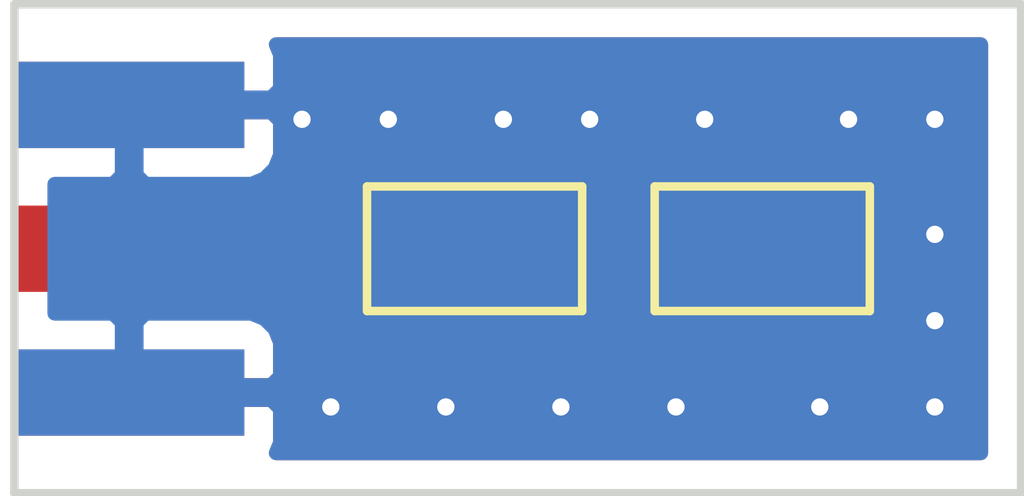
<source format=kicad_pcb>
(kicad_pcb (version 20171130) (host pcbnew 5.0.1)

  (general
    (thickness 1.6)
    (drawings 5)
    (tracks 32)
    (zones 0)
    (modules 3)
    (nets 3)
  )

  (page A4)
  (layers
    (0 F.Cu signal)
    (31 B.Cu signal)
    (32 B.Adhes user)
    (33 F.Adhes user)
    (34 B.Paste user)
    (35 F.Paste user)
    (36 B.SilkS user)
    (37 F.SilkS user)
    (38 B.Mask user)
    (39 F.Mask user)
    (40 Dwgs.User user)
    (41 Cmts.User user)
    (42 Eco1.User user)
    (43 Eco2.User user)
    (44 Edge.Cuts user)
    (45 Margin user)
    (46 B.CrtYd user)
    (47 F.CrtYd user)
    (48 B.Fab user)
    (49 F.Fab user)
  )

  (setup
    (last_trace_width 0.2032)
    (trace_clearance 0.2032)
    (zone_clearance 0.508)
    (zone_45_only no)
    (trace_min 0.2032)
    (segment_width 0.2)
    (edge_width 0.15)
    (via_size 0.6096)
    (via_drill 0.3048)
    (via_min_size 0.6096)
    (via_min_drill 0.3048)
    (uvia_size 0.3)
    (uvia_drill 0.1)
    (uvias_allowed no)
    (uvia_min_size 0.2)
    (uvia_min_drill 0.1)
    (pcb_text_width 0.3)
    (pcb_text_size 1.5 1.5)
    (mod_edge_width 0.15)
    (mod_text_size 1 1)
    (mod_text_width 0.15)
    (pad_size 1.524 1.524)
    (pad_drill 0.762)
    (pad_to_mask_clearance 0.051)
    (solder_mask_min_width 0.25)
    (aux_axis_origin 122.428 128.016)
    (grid_origin 122.428 128.016)
    (visible_elements FFFFFF7F)
    (pcbplotparams
      (layerselection 0x010fc_ffffffff)
      (usegerberextensions false)
      (usegerberattributes false)
      (usegerberadvancedattributes false)
      (creategerberjobfile false)
      (excludeedgelayer true)
      (linewidth 0.100000)
      (plotframeref false)
      (viasonmask false)
      (mode 1)
      (useauxorigin true)
      (hpglpennumber 1)
      (hpglpenspeed 20)
      (hpglpendiameter 15.000000)
      (psnegative false)
      (psa4output false)
      (plotreference false)
      (plotvalue false)
      (plotinvisibletext false)
      (padsonsilk false)
      (subtractmaskfromsilk false)
      (outputformat 1)
      (mirror false)
      (drillshape 0)
      (scaleselection 1)
      (outputdirectory "../../../FinalGerbers/SMAAdapter_Gerber/"))
  )

  (net 0 "")
  (net 1 "Net-(J1-Pad1)")
  (net 2 GND)

  (net_class Default "This is the default net class."
    (clearance 0.2032)
    (trace_width 0.2032)
    (via_dia 0.6096)
    (via_drill 0.3048)
    (uvia_dia 0.3)
    (uvia_drill 0.1)
    (diff_pair_gap 0.2032)
    (diff_pair_width 0.2032)
    (add_net GND)
  )

  (net_class 50Ohm ""
    (clearance 0.37)
    (trace_width 1.8)
    (via_dia 0.6096)
    (via_drill 0.3048)
    (uvia_dia 0.3)
    (uvia_drill 0.1)
    (diff_pair_gap 0.2032)
    (diff_pair_width 0.2032)
    (add_net "Net-(J1-Pad1)")
  )

  (module RFLego_Footprint:SMA_Edge (layer F.Cu) (tedit 5C166F55) (tstamp 5C166F51)
    (at 122.424 123.698)
    (path /5C166E37)
    (fp_text reference J1 (at 5.592 -3.302) (layer F.SilkS) hide
      (effects (font (size 1 1) (thickness 0.15)))
    )
    (fp_text value SMA (at 1.27 6.35) (layer F.Fab) hide
      (effects (font (size 1 1) (thickness 0.15)))
    )
    (pad 1 smd rect (at 2.032 0) (size 4.064 1.524) (layers F.Cu F.Mask)
      (net 1 "Net-(J1-Pad1)"))
    (pad 2 smd rect (at 2.032 -2.54) (size 4.064 1.524) (layers F.Cu F.Mask)
      (net 2 GND))
    (pad 2 smd rect (at 2.032 2.54) (size 4.064 1.524) (layers B.Cu B.Mask)
      (net 2 GND))
    (pad 2 smd rect (at 2.032 -2.54) (size 4.064 1.524) (layers B.Cu B.Mask)
      (net 2 GND))
    (pad 2 smd rect (at 2.032 2.54) (size 4.064 1.524) (layers F.Cu F.Mask)
      (net 2 GND))
  )

  (module Measurement_Points:Test_Point_Keystone_5015_Micro-Minature (layer F.Cu) (tedit 5C166F4E) (tstamp 5C166F62)
    (at 135.636 123.698)
    (descr "SMT Test Point- Micro Miniature 5015, http://www.keyelco.com/product-pdf.cfm?p=1353")
    (tags "Test Point")
    (path /5C167062)
    (attr virtual)
    (fp_text reference TP1 (at 1.016 -3.302) (layer F.SilkS) hide
      (effects (font (size 1 1) (thickness 0.15)))
    )
    (fp_text value GND (at 1.016 3.302) (layer F.Fab) hide
      (effects (font (size 1 1) (thickness 0.15)))
    )
    (fp_line (start -2.15 -1.35) (end 2.15 -1.35) (layer F.CrtYd) (width 0.05))
    (fp_line (start 2.15 -1.35) (end 2.15 1.35) (layer F.CrtYd) (width 0.05))
    (fp_line (start 2.15 1.35) (end -2.15 1.35) (layer F.CrtYd) (width 0.05))
    (fp_line (start -2.15 1.35) (end -2.15 -1.35) (layer F.CrtYd) (width 0.05))
    (fp_line (start -1.9 -1.1) (end 1.9 -1.1) (layer F.SilkS) (width 0.15))
    (fp_line (start 1.9 -1.1) (end 1.9 1.1) (layer F.SilkS) (width 0.15))
    (fp_line (start 1.9 1.1) (end -1.9 1.1) (layer F.SilkS) (width 0.15))
    (fp_line (start -1.9 1.1) (end -1.9 -1.1) (layer F.SilkS) (width 0.15))
    (fp_line (start -1.35 0.5) (end 1.35 0.5) (layer F.Fab) (width 0.15))
    (fp_line (start 1.35 -0.5) (end 1.35 0.5) (layer F.Fab) (width 0.15))
    (fp_line (start 1.35 -0.5) (end -1.35 -0.5) (layer F.Fab) (width 0.15))
    (fp_line (start -1.35 0.5) (end -1.35 -0.5) (layer F.Fab) (width 0.15))
    (pad 1 smd rect (at 0 0) (size 3.4 1.8) (layers F.Cu F.Paste F.Mask)
      (net 2 GND))
  )

  (module Measurement_Points:Test_Point_Keystone_5015_Micro-Minature (layer F.Cu) (tedit 5C166F51) (tstamp 5C166F73)
    (at 130.556 123.698)
    (descr "SMT Test Point- Micro Miniature 5015, http://www.keyelco.com/product-pdf.cfm?p=1353")
    (tags "Test Point")
    (path /5C16701C)
    (attr virtual)
    (fp_text reference TP2 (at 0 -2.25) (layer F.SilkS) hide
      (effects (font (size 1 1) (thickness 0.15)))
    )
    (fp_text value In (at 0 2.25) (layer F.Fab)
      (effects (font (size 1 1) (thickness 0.15)))
    )
    (fp_line (start -1.35 0.5) (end -1.35 -0.5) (layer F.Fab) (width 0.15))
    (fp_line (start 1.35 -0.5) (end -1.35 -0.5) (layer F.Fab) (width 0.15))
    (fp_line (start 1.35 -0.5) (end 1.35 0.5) (layer F.Fab) (width 0.15))
    (fp_line (start -1.35 0.5) (end 1.35 0.5) (layer F.Fab) (width 0.15))
    (fp_line (start -1.9 1.1) (end -1.9 -1.1) (layer F.SilkS) (width 0.15))
    (fp_line (start 1.9 1.1) (end -1.9 1.1) (layer F.SilkS) (width 0.15))
    (fp_line (start 1.9 -1.1) (end 1.9 1.1) (layer F.SilkS) (width 0.15))
    (fp_line (start -1.9 -1.1) (end 1.9 -1.1) (layer F.SilkS) (width 0.15))
    (fp_line (start -2.15 1.35) (end -2.15 -1.35) (layer F.CrtYd) (width 0.05))
    (fp_line (start 2.15 1.35) (end -2.15 1.35) (layer F.CrtYd) (width 0.05))
    (fp_line (start 2.15 -1.35) (end 2.15 1.35) (layer F.CrtYd) (width 0.05))
    (fp_line (start -2.15 -1.35) (end 2.15 -1.35) (layer F.CrtYd) (width 0.05))
    (pad 1 smd rect (at 0 0) (size 3.4 1.8) (layers F.Cu F.Paste F.Mask)
      (net 1 "Net-(J1-Pad1)"))
  )

  (gr_line (start 122.428 128.016) (end 122.428 119.38) (layer Edge.Cuts) (width 0.15))
  (gr_line (start 140.208 128.016) (end 122.428 128.016) (layer Edge.Cuts) (width 0.15))
  (gr_line (start 140.208 119.38) (end 140.208 128.016) (layer Edge.Cuts) (width 0.15))
  (gr_line (start 122.428 119.38) (end 140.208 119.38) (layer Edge.Cuts) (width 0.15))
  (gr_poly (pts (xy 128.524 119.888) (xy 139.192 119.888) (xy 139.192 127.508) (xy 128.524 127.508)) (layer F.Mask) (width 0.15))

  (segment (start 124.456 123.698) (end 130.556 123.698) (width 1.8) (layer F.Cu) (net 1))
  (segment (start 124.456 126.238) (end 127.762 126.238) (width 0.2032) (layer F.Cu) (net 2))
  (via (at 128.016 126.492) (size 0.6096) (drill 0.3048) (layers F.Cu B.Cu) (net 2))
  (segment (start 127.762 126.238) (end 128.016 126.492) (width 0.2032) (layer F.Cu) (net 2))
  (via (at 130.048 126.492) (size 0.6096) (drill 0.3048) (layers F.Cu B.Cu) (net 2))
  (segment (start 128.016 126.492) (end 130.048 126.492) (width 0.2032) (layer B.Cu) (net 2))
  (via (at 132.08 126.492) (size 0.6096) (drill 0.3048) (layers F.Cu B.Cu) (net 2))
  (segment (start 130.048 126.492) (end 132.08 126.492) (width 0.2032) (layer F.Cu) (net 2))
  (via (at 134.112 126.492) (size 0.6096) (drill 0.3048) (layers F.Cu B.Cu) (net 2))
  (segment (start 132.08 126.492) (end 134.112 126.492) (width 0.2032) (layer B.Cu) (net 2))
  (via (at 136.652 126.492) (size 0.6096) (drill 0.3048) (layers F.Cu B.Cu) (net 2))
  (segment (start 134.112 126.492) (end 136.652 126.492) (width 0.2032) (layer F.Cu) (net 2))
  (via (at 138.684 126.492) (size 0.6096) (drill 0.3048) (layers F.Cu B.Cu) (net 2))
  (segment (start 136.652 126.492) (end 138.684 126.492) (width 0.2032) (layer B.Cu) (net 2))
  (segment (start 138.684 126.492) (end 138.684 124.968) (width 0.2032) (layer F.Cu) (net 2))
  (via (at 138.684 124.968) (size 0.6096) (drill 0.3048) (layers F.Cu B.Cu) (net 2))
  (via (at 138.684 123.444) (size 0.6096) (drill 0.3048) (layers F.Cu B.Cu) (net 2))
  (segment (start 138.684 124.968) (end 138.684 123.444) (width 0.2032) (layer F.Cu) (net 2))
  (via (at 138.684 121.412) (size 0.6096) (drill 0.3048) (layers F.Cu B.Cu) (net 2))
  (segment (start 138.684 123.444) (end 138.684 121.412) (width 0.2032) (layer B.Cu) (net 2))
  (via (at 137.16 121.412) (size 0.6096) (drill 0.3048) (layers F.Cu B.Cu) (net 2))
  (segment (start 138.684 121.412) (end 137.16 121.412) (width 0.2032) (layer F.Cu) (net 2))
  (segment (start 137.16 121.412) (end 134.62 121.412) (width 0.2032) (layer B.Cu) (net 2))
  (via (at 134.62 121.412) (size 0.6096) (drill 0.3048) (layers F.Cu B.Cu) (net 2))
  (via (at 132.588 121.412) (size 0.6096) (drill 0.3048) (layers F.Cu B.Cu) (net 2))
  (segment (start 134.62 121.412) (end 132.588 121.412) (width 0.2032) (layer F.Cu) (net 2))
  (via (at 131.064 121.412) (size 0.6096) (drill 0.3048) (layers F.Cu B.Cu) (net 2))
  (segment (start 132.588 121.412) (end 131.064 121.412) (width 0.2032) (layer B.Cu) (net 2))
  (via (at 129.032 121.412) (size 0.6096) (drill 0.3048) (layers F.Cu B.Cu) (net 2))
  (segment (start 131.064 121.412) (end 129.032 121.412) (width 0.2032) (layer F.Cu) (net 2))
  (via (at 127.508 121.412) (size 0.6096) (drill 0.3048) (layers F.Cu B.Cu) (net 2))
  (segment (start 129.032 121.412) (end 127.508 121.412) (width 0.2032) (layer B.Cu) (net 2))

  (zone (net 2) (net_name GND) (layer F.Cu) (tstamp 5C24E043) (hatch edge 0.508)
    (connect_pads (clearance 0.508))
    (min_thickness 0.254)
    (fill yes (arc_segments 16) (thermal_gap 0.508) (thermal_bridge_width 0.508))
    (polygon
      (pts
        (xy 122.428 119.38) (xy 122.428 128.016) (xy 140.208 128.016) (xy 140.208 119.38)
      )
    )
    (filled_polygon
      (pts
        (xy 139.498001 127.306) (xy 127.04857 127.306) (xy 127.123 127.12631) (xy 127.123 126.52375) (xy 126.96425 126.365)
        (xy 124.583 126.365) (xy 124.583 126.385) (xy 124.329 126.385) (xy 124.329 126.365) (xy 124.309 126.365)
        (xy 124.309 126.111) (xy 124.329 126.111) (xy 124.329 126.091) (xy 124.583 126.091) (xy 124.583 126.111)
        (xy 126.96425 126.111) (xy 127.123 125.95225) (xy 127.123 125.34969) (xy 127.074665 125.233) (xy 128.793459 125.233)
        (xy 128.856 125.24544) (xy 132.256 125.24544) (xy 132.503765 125.196157) (xy 132.713809 125.055809) (xy 132.854157 124.845765)
        (xy 132.90344 124.598) (xy 132.90344 123.98375) (xy 133.301 123.98375) (xy 133.301 124.72431) (xy 133.397673 124.957699)
        (xy 133.576302 125.136327) (xy 133.809691 125.233) (xy 135.35025 125.233) (xy 135.509 125.07425) (xy 135.509 123.825)
        (xy 135.763 123.825) (xy 135.763 125.07425) (xy 135.92175 125.233) (xy 137.462309 125.233) (xy 137.695698 125.136327)
        (xy 137.874327 124.957699) (xy 137.971 124.72431) (xy 137.971 123.98375) (xy 137.81225 123.825) (xy 135.763 123.825)
        (xy 135.509 123.825) (xy 133.45975 123.825) (xy 133.301 123.98375) (xy 132.90344 123.98375) (xy 132.90344 122.798)
        (xy 132.878316 122.67169) (xy 133.301 122.67169) (xy 133.301 123.41225) (xy 133.45975 123.571) (xy 135.509 123.571)
        (xy 135.509 122.32175) (xy 135.763 122.32175) (xy 135.763 123.571) (xy 137.81225 123.571) (xy 137.971 123.41225)
        (xy 137.971 122.67169) (xy 137.874327 122.438301) (xy 137.695698 122.259673) (xy 137.462309 122.163) (xy 135.92175 122.163)
        (xy 135.763 122.32175) (xy 135.509 122.32175) (xy 135.35025 122.163) (xy 133.809691 122.163) (xy 133.576302 122.259673)
        (xy 133.397673 122.438301) (xy 133.301 122.67169) (xy 132.878316 122.67169) (xy 132.854157 122.550235) (xy 132.713809 122.340191)
        (xy 132.503765 122.199843) (xy 132.256 122.15056) (xy 128.856 122.15056) (xy 128.793459 122.163) (xy 127.074665 122.163)
        (xy 127.123 122.04631) (xy 127.123 121.44375) (xy 126.96425 121.285) (xy 124.583 121.285) (xy 124.583 121.305)
        (xy 124.329 121.305) (xy 124.329 121.285) (xy 124.309 121.285) (xy 124.309 121.031) (xy 124.329 121.031)
        (xy 124.329 121.011) (xy 124.583 121.011) (xy 124.583 121.031) (xy 126.96425 121.031) (xy 127.123 120.87225)
        (xy 127.123 120.26969) (xy 127.04857 120.09) (xy 139.498 120.09)
      )
    )
  )
  (zone (net 2) (net_name GND) (layer B.Cu) (tstamp 5C24E040) (hatch edge 0.508)
    (connect_pads (clearance 0.508))
    (min_thickness 0.254)
    (fill yes (arc_segments 16) (thermal_gap 0.508) (thermal_bridge_width 0.508))
    (polygon
      (pts
        (xy 122.428 119.38) (xy 122.428 128.016) (xy 140.208 128.016) (xy 140.208 119.38)
      )
    )
    (filled_polygon
      (pts
        (xy 139.498001 127.306) (xy 127.04857 127.306) (xy 127.123 127.12631) (xy 127.123 126.52375) (xy 126.96425 126.365)
        (xy 124.583 126.365) (xy 124.583 126.385) (xy 124.329 126.385) (xy 124.329 126.365) (xy 124.309 126.365)
        (xy 124.309 126.111) (xy 124.329 126.111) (xy 124.329 124.99975) (xy 124.583 124.99975) (xy 124.583 126.111)
        (xy 126.96425 126.111) (xy 127.123 125.95225) (xy 127.123 125.34969) (xy 127.026327 125.116301) (xy 126.847698 124.937673)
        (xy 126.614309 124.841) (xy 124.74175 124.841) (xy 124.583 124.99975) (xy 124.329 124.99975) (xy 124.17025 124.841)
        (xy 123.138 124.841) (xy 123.138 122.555) (xy 124.17025 122.555) (xy 124.329 122.39625) (xy 124.329 121.285)
        (xy 124.583 121.285) (xy 124.583 122.39625) (xy 124.74175 122.555) (xy 126.614309 122.555) (xy 126.847698 122.458327)
        (xy 127.026327 122.279699) (xy 127.123 122.04631) (xy 127.123 121.44375) (xy 126.96425 121.285) (xy 124.583 121.285)
        (xy 124.329 121.285) (xy 124.309 121.285) (xy 124.309 121.031) (xy 124.329 121.031) (xy 124.329 121.011)
        (xy 124.583 121.011) (xy 124.583 121.031) (xy 126.96425 121.031) (xy 127.123 120.87225) (xy 127.123 120.26969)
        (xy 127.04857 120.09) (xy 139.498 120.09)
      )
    )
  )
)

</source>
